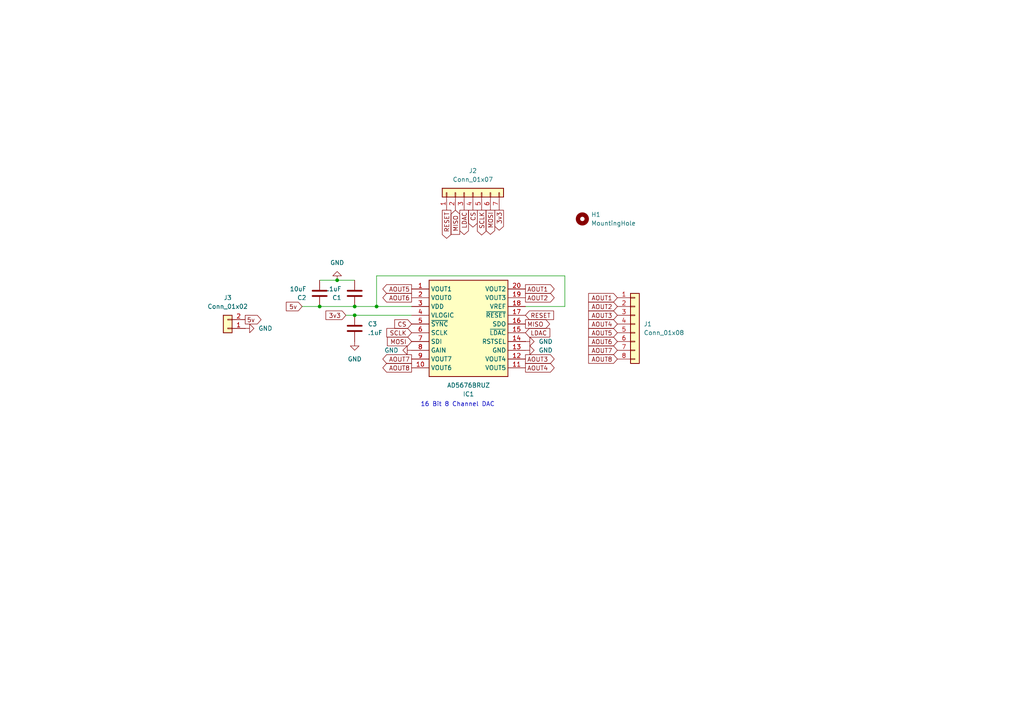
<source format=kicad_sch>
(kicad_sch (version 20231120) (generator "eeschema") (generator_version "8.0")
  (paper "A4")
  (lib_symbols
    (symbol "Connector_Generic:Conn_01x02" (pin_names (offset 1.016) hide)
      (property "Reference" "J" (at 0 2.54 0))
      (property "Value" "Conn_01x02" (at 0 -5.08 0))
      (symbol "Conn_01x02_1_1"
        (rectangle (start -1.27 -2.413) (end 0 -2.667) (stroke (width 0.1524)))
        (rectangle (start -1.27 0.127) (end 0 -0.127) (stroke (width 0.1524)))
        (rectangle (start -1.27 1.27) (end 1.27 -3.81) (stroke (width 0.254)) (fill (type background)))
        (pin passive line (at -5.08 0 0) (length 3.81) (name "Pin_1") (number "1"))
        (pin passive line (at -5.08 -2.54 0) (length 3.81) (name "Pin_2") (number "2"))
      )
    )
    (symbol "Connector_Generic:Conn_01x07" (pin_names (offset 1.016) hide)
      (property "Reference" "J" (at 0 10.16 0))
      (property "Value" "Conn_01x07" (at 0 -10.16 0))
      (symbol "Conn_01x07_1_1"
        (rectangle (start -1.27 -7.493) (end 0 -7.747) (stroke (width 0.1524)))
        (rectangle (start -1.27 -4.953) (end 0 -5.207) (stroke (width 0.1524)))
        (rectangle (start -1.27 -2.413) (end 0 -2.667) (stroke (width 0.1524)))
        (rectangle (start -1.27 0.127) (end 0 -0.127) (stroke (width 0.1524)))
        (rectangle (start -1.27 2.667) (end 0 2.413) (stroke (width 0.1524)))
        (rectangle (start -1.27 5.207) (end 0 4.953) (stroke (width 0.1524)))
        (rectangle (start -1.27 7.747) (end 0 7.493) (stroke (width 0.1524)))
        (rectangle (start -1.27 8.89) (end 1.27 -8.89) (stroke (width 0.254)) (fill (type background)))
        (pin passive line (at -5.08 7.62 0) (length 3.81) (name "Pin_1") (number "1"))
        (pin passive line (at -5.08 5.08 0) (length 3.81) (name "Pin_2") (number "2"))
        (pin passive line (at -5.08 2.54 0) (length 3.81) (name "Pin_3") (number "3"))
        (pin passive line (at -5.08 0 0) (length 3.81) (name "Pin_4") (number "4"))
        (pin passive line (at -5.08 -2.54 0) (length 3.81) (name "Pin_5") (number "5"))
        (pin passive line (at -5.08 -5.08 0) (length 3.81) (name "Pin_6") (number "6"))
        (pin passive line (at -5.08 -7.62 0) (length 3.81) (name "Pin_7") (number "7"))
      )
    )
    (symbol "Connector_Generic:Conn_01x08" (pin_names (offset 1.016) hide)
      (property "Reference" "J" (at 0 10.16 0))
      (property "Value" "Conn_01x08" (at 0 -12.7 0))
      (symbol "Conn_01x08_1_1"
        (rectangle (start -1.27 -10.033) (end 0 -10.287) (stroke (width 0.1524)))
        (rectangle (start -1.27 -7.493) (end 0 -7.747) (stroke (width 0.1524)))
        (rectangle (start -1.27 -4.953) (end 0 -5.207) (stroke (width 0.1524)))
        (rectangle (start -1.27 -2.413) (end 0 -2.667) (stroke (width 0.1524)))
        (rectangle (start -1.27 0.127) (end 0 -0.127) (stroke (width 0.1524)))
        (rectangle (start -1.27 2.667) (end 0 2.413) (stroke (width 0.1524)))
        (rectangle (start -1.27 5.207) (end 0 4.953) (stroke (width 0.1524)))
        (rectangle (start -1.27 7.747) (end 0 7.493) (stroke (width 0.1524)))
        (rectangle (start -1.27 8.89) (end 1.27 -11.43) (stroke (width 0.254)) (fill (type background)))
        (pin passive line (at -5.08 7.62 0) (length 3.81) (name "Pin_1") (number "1"))
        (pin passive line (at -5.08 5.08 0) (length 3.81) (name "Pin_2") (number "2"))
        (pin passive line (at -5.08 2.54 0) (length 3.81) (name "Pin_3") (number "3"))
        (pin passive line (at -5.08 0 0) (length 3.81) (name "Pin_4") (number "4"))
        (pin passive line (at -5.08 -2.54 0) (length 3.81) (name "Pin_5") (number "5"))
        (pin passive line (at -5.08 -5.08 0) (length 3.81) (name "Pin_6") (number "6"))
        (pin passive line (at -5.08 -7.62 0) (length 3.81) (name "Pin_7") (number "7"))
        (pin passive line (at -5.08 -10.16 0) (length 3.81) (name "Pin_8") (number "8"))
      )
    )
    (symbol "Device:C" (pin_numbers hide) (pin_names (offset 0.254))
      (property "Reference" "C" (at 0.635 2.54 0))
      (property "Value" "C" (at 0.635 -2.54 0))
      (symbol "C_0_1"
        (polyline (pts (xy -2.032 -0.762) (xy 2.032 -0.762)) (stroke (width 0.508)))
        (polyline (pts (xy -2.032 0.762) (xy 2.032 0.762)) (stroke (width 0.508)))
      )
      (symbol "C_1_1"
        (pin passive line (at 0 3.81 270) (length 2.794) (name "~") (number "1"))
        (pin passive line (at 0 -3.81 90) (length 2.794) (name "~") (number "2"))
      )
    )
    (symbol "Mechanical:MountingHole" (pin_names (offset 1.016)) (exclude_from_sim yes) (in_bom no)
      (property "Reference" "H" (at 0 5.08 0))
      (property "Value" "MountingHole" (at 0 3.175 0))
      (symbol "MountingHole_0_1"
        (circle (center 0 0) (radius 1.27) (stroke (width 1.27)))
      )
    )
    (symbol "accessory_test:AD5676BRUZ"
      (property "Reference" "IC" (at 29.21 7.62 0))
      (property "Value" "AD5676BRUZ" (at 29.21 5.08 0))
      (symbol "AD5676BRUZ_1_1"
        (rectangle (start 5.08 2.54) (end 27.94 -25.4) (stroke (width 0.254)) (fill (type background)))
        (pin passive line (at 0 0 0) (length 5.08) (name "VOUT1") (number "1"))
        (pin passive line (at 0 -22.86 0) (length 5.08) (name "VOUT6") (number "10"))
        (pin passive line (at 33.02 -22.86 180) (length 5.08) (name "VOUT5") (number "11"))
        (pin passive line (at 33.02 -20.32 180) (length 5.08) (name "VOUT4") (number "12"))
        (pin passive line (at 33.02 -17.78 180) (length 5.08) (name "GND") (number "13"))
        (pin passive line (at 33.02 -15.24 180) (length 5.08) (name "RSTSEL") (number "14"))
        (pin passive line (at 33.02 -12.7 180) (length 5.08) (name "~{LDAC}") (number "15"))
        (pin passive line (at 33.02 -10.16 180) (length 5.08) (name "SDO") (number "16"))
        (pin passive line (at 33.02 -7.62 180) (length 5.08) (name "~{RESET}") (number "17"))
        (pin passive line (at 33.02 -5.08 180) (length 5.08) (name "VREF") (number "18"))
        (pin passive line (at 33.02 -2.54 180) (length 5.08) (name "VOUT3") (number "19"))
        (pin passive line (at 0 -2.54 0) (length 5.08) (name "VOUT0") (number "2"))
        (pin passive line (at 33.02 0 180) (length 5.08) (name "VOUT2") (number "20"))
        (pin passive line (at 0 -5.08 0) (length 5.08) (name "VDD") (number "3"))
        (pin passive line (at 0 -7.62 0) (length 5.08) (name "VLOGIC") (number "4"))
        (pin passive line (at 0 -10.16 0) (length 5.08) (name "~{SYNC}") (number "5"))
        (pin passive line (at 0 -12.7 0) (length 5.08) (name "SCLK") (number "6"))
        (pin passive line (at 0 -15.24 0) (length 5.08) (name "SDI") (number "7"))
        (pin passive line (at 0 -17.78 0) (length 5.08) (name "GAIN") (number "8"))
        (pin passive line (at 0 -20.32 0) (length 5.08) (name "VOUT7") (number "9"))
      )
    )
    (symbol "power:GND" (power) (pin_numbers hide) (pin_names (offset 0) hide)
      (property "Value" "GND" (at 0 -3.81 0))
      (symbol "GND_0_1"
        (polyline (pts (xy 0 0) (xy 0 -1.27) (xy 1.27 -1.27) (xy 0 -2.54) (xy -1.27 -1.27) (xy 0 -1.27)))
      )
      (symbol "GND_1_1"
        (pin power_in line (at 0 0 270) (length 0) (name "~") (number "1"))
      )
    )
  )
  (junction (at 102.87 88.9))
  (junction (at 109.22 88.9))
  (junction (at 92.71 88.9))
  (junction (at 97.79 81.28))
  (junction (at 102.87 91.44))
  (wire (pts (xy 102.87 88.9) (xy 92.71 88.9)))
  (wire (pts (xy 102.87 91.44) (xy 119.38 91.44)))
  (wire (pts (xy 163.83 80.01) (xy 109.22 80.01)))
  (wire (pts (xy 109.22 80.01) (xy 109.22 88.9)))
  (wire (pts (xy 152.4 88.9) (xy 163.83 88.9)))
  (wire (pts (xy 100.33 91.44) (xy 102.87 91.44)))
  (wire (pts (xy 163.83 88.9) (xy 163.83 80.01)))
  (wire (pts (xy 92.71 88.9) (xy 87.63 88.9)))
  (wire (pts (xy 109.22 88.9) (xy 102.87 88.9)))
  (wire (pts (xy 92.71 81.28) (xy 97.79 81.28)))
  (wire (pts (xy 97.79 81.28) (xy 102.87 81.28)))
  (wire (pts (xy 119.38 88.9) (xy 109.22 88.9)))
  (text "16 Bit 8 Channel DAC" (at 143.51 118.11 0) (effects (font (size 1.27 1.27)) (justify right bottom)))
  (global_label "AOUT1" (shape output) (at 152.4 83.82 0) (property "Intersheetrefs" "${INTERSHEET_REFS}" (effects (hide yes))))
  (global_label "SCLK" (shape input) (at 119.38 96.52 180) (property "Intersheetrefs" "${INTERSHEET_REFS}" (effects (hide yes))))
  (global_label "3v3" (shape output) (at 144.78 60.96 270) (property "Intersheetrefs" "${INTERSHEET_REFS}" (effects (hide yes))))
  (global_label "LDAC" (shape output) (at 134.62 60.96 270) (property "Intersheetrefs" "${INTERSHEET_REFS}" (effects (hide yes))))
  (global_label "AOUT4" (shape output) (at 152.4 106.68 0) (property "Intersheetrefs" "${INTERSHEET_REFS}" (effects (hide yes))))
  (global_label "AOUT7" (shape input) (at 179.07 101.6 180) (property "Intersheetrefs" "${INTERSHEET_REFS}" (effects (hide yes))))
  (global_label "AOUT6" (shape output) (at 119.38 86.36 180) (property "Intersheetrefs" "${INTERSHEET_REFS}" (effects (hide yes))))
  (global_label "MISO" (shape output) (at 152.4 93.98 0) (property "Intersheetrefs" "${INTERSHEET_REFS}" (effects (hide yes))))
  (global_label "AOUT8" (shape input) (at 179.07 104.14 180) (property "Intersheetrefs" "${INTERSHEET_REFS}" (effects (hide yes))))
  (global_label "AOUT2" (shape output) (at 152.4 86.36 0) (property "Intersheetrefs" "${INTERSHEET_REFS}" (effects (hide yes))))
  (global_label "MOSI" (shape output) (at 142.24 60.96 270) (property "Intersheetrefs" "${INTERSHEET_REFS}" (effects (hide yes))))
  (global_label "AOUT2" (shape input) (at 179.07 88.9 180) (property "Intersheetrefs" "${INTERSHEET_REFS}" (effects (hide yes))))
  (global_label "RESET" (shape input) (at 152.4 91.44 0) (property "Intersheetrefs" "${INTERSHEET_REFS}" (effects (hide yes))))
  (global_label "CS" (shape input) (at 119.38 93.98 180) (property "Intersheetrefs" "${INTERSHEET_REFS}" (effects (hide yes))))
  (global_label "5v" (shape input) (at 87.63 88.9 180) (property "Intersheetrefs" "${INTERSHEET_REFS}" (effects (hide yes))))
  (global_label "AOUT5" (shape input) (at 179.07 96.52 180) (property "Intersheetrefs" "${INTERSHEET_REFS}" (effects (hide yes))))
  (global_label "MISO" (shape input) (at 132.08 60.96 270) (property "Intersheetrefs" "${INTERSHEET_REFS}" (effects (hide yes))))
  (global_label "3v3" (shape input) (at 100.33 91.44 180) (property "Intersheetrefs" "${INTERSHEET_REFS}" (effects (hide yes))))
  (global_label "AOUT4" (shape input) (at 179.07 93.98 180) (property "Intersheetrefs" "${INTERSHEET_REFS}" (effects (hide yes))))
  (global_label "5v" (shape output) (at 71.12 92.71 0) (property "Intersheetrefs" "${INTERSHEET_REFS}" (effects (hide yes))))
  (global_label "AOUT3" (shape output) (at 152.4 104.14 0) (property "Intersheetrefs" "${INTERSHEET_REFS}" (effects (hide yes))))
  (global_label "AOUT6" (shape input) (at 179.07 99.06 180) (property "Intersheetrefs" "${INTERSHEET_REFS}" (effects (hide yes))))
  (global_label "AOUT5" (shape output) (at 119.38 83.82 180) (property "Intersheetrefs" "${INTERSHEET_REFS}" (effects (hide yes))))
  (global_label "AOUT7" (shape output) (at 119.38 104.14 180) (property "Intersheetrefs" "${INTERSHEET_REFS}" (effects (hide yes))))
  (global_label "MOSI" (shape input) (at 119.38 99.06 180) (property "Intersheetrefs" "${INTERSHEET_REFS}" (effects (hide yes))))
  (global_label "RESET" (shape output) (at 129.54 60.96 270) (property "Intersheetrefs" "${INTERSHEET_REFS}" (effects (hide yes))))
  (global_label "LDAC" (shape input) (at 152.4 96.52 0) (property "Intersheetrefs" "${INTERSHEET_REFS}" (effects (hide yes))))
  (global_label "CS" (shape output) (at 137.16 60.96 270) (property "Intersheetrefs" "${INTERSHEET_REFS}" (effects (hide yes))))
  (global_label "AOUT8" (shape output) (at 119.38 106.68 180) (property "Intersheetrefs" "${INTERSHEET_REFS}" (effects (hide yes))))
  (global_label "AOUT1" (shape input) (at 179.07 86.36 180) (property "Intersheetrefs" "${INTERSHEET_REFS}" (effects (hide yes))))
  (global_label "SCLK" (shape output) (at 139.7 60.96 270) (property "Intersheetrefs" "${INTERSHEET_REFS}" (effects (hide yes))))
  (global_label "AOUT3" (shape input) (at 179.07 91.44 180) (property "Intersheetrefs" "${INTERSHEET_REFS}" (effects (hide yes))))
  (symbol (lib_id "power:GND") (at 152.4 99.06 90) (unit 1)
    (property "Reference" "#PWR04" (effects (hide yes)))
    (property "Value" "GND" (at 156.21 99.0599 90) (effects (justify right)))
    (property "Description" "Power symbol creates a global label with name \"GND\" , ground" (effects (hide yes)))
  )
  (symbol (lib_id "power:GND") (at 152.4 101.6 90) (unit 1)
    (property "Reference" "#PWR03" (effects (hide yes)))
    (property "Value" "GND" (at 156.21 101.5999 90) (effects (justify right)))
    (property "Description" "Power symbol creates a global label with name \"GND\" , ground" (effects (hide yes)))
  )
  (symbol (lib_id "power:GND") (at 97.79 81.28 180) (unit 1)
    (property "Reference" "#PWR01" (effects (hide yes)))
    (property "Value" "GND" (at 97.79 76.2 0))
    (property "Description" "Power symbol creates a global label with name \"GND\" , ground" (effects (hide yes)))
  )
  (symbol (lib_id "Connector_Generic:Conn_01x07") (at 137.16 55.88 90) (unit 1)
    (property "Reference" "J2" (at 137.16 49.53 90))
    (property "Value" "Conn_01x07" (at 137.16 52.07 90))
    (property "Footprint" "Connector_PinHeader_2.54mm:PinHeader_1x07_P2.54mm_Vertical" (effects (hide yes)))
    (property "Description" "Generic connector, single row, 01x07, script generated (kicad-library-utils/schlib/autogen/connector/)" (effects (hide yes)))
  )
  (symbol (lib_id "accessory_test:AD5676BRUZ") (at 119.38 83.82 0) (unit 1)
    (property "Reference" "IC1" (at 135.89 114.3 0))
    (property "Value" "AD5676BRUZ" (at 135.89 111.76 0))
    (property "Footprint" "accessory_test:AD5676" (effects (hide yes)))
    (property "Datasheet" "https://www.analog.com/AD5676/datasheet" (effects (hide yes)))
    (property "Description" "High performance  High relative accuracy (INL): +/-3 LSB maximum at 16 bits  Total unadjusted error (TUE): +/-0.14% of FSR maximum  Offset error: +/-1.5 mV maximum  Gain error: +/-0.06% of FSR maximum  Wide operating ranges  40C to +125C temperature range  2.7 V to 5.5 V power supply  Easy implementation  User selectable gain of 1 or 2 (GAIN pin/gain bit)  Reset to zero scale or midscale (RSTSEL pin)  1.8 V logic compatibility  50 MHz SPI with readback or daisy chain  20-lead, TSSOP and" (effects (hide yes)))
    (property "Height" "1.2" (effects (hide yes)))
    (property "Mouser Part Number" "584-AD5676BRUZ" (effects (hide yes)))
    (property "Mouser Price/Stock" "https://www.mouser.co.uk/ProductDetail/Analog-Devices/AD5676BRUZ?qs=wFnXgzJ2EGOPYiGYxEQKHA%3D%3D" (effects (hide yes)))
    (property "Manufacturer_Name" "Analog Devices" (effects (hide yes)))
    (property "Manufacturer_Part_Number" "AD5676BRUZ" (effects (hide yes)))
  )
  (symbol (lib_id "Mechanical:MountingHole") (at 168.91 63.5 0) (unit 1) (exclude_from_sim yes) (in_bom no)
    (property "Reference" "H1" (at 171.45 62.2299 0) (effects (justify left)))
    (property "Value" "MountingHole" (at 171.45 64.7699 0) (effects (justify left)))
    (property "Footprint" "MountingHole:MountingHole_2.7mm_M2.5_DIN965_Pad" (effects (hide yes)))
    (property "Description" "Mounting Hole without connection" (effects (hide yes)))
  )
  (symbol (lib_id "power:GND") (at 102.87 99.06 0) (unit 1)
    (property "Reference" "#PWR06" (effects (hide yes)))
    (property "Value" "GND" (at 102.87 104.14 0))
    (property "Description" "Power symbol creates a global label with name \"GND\" , ground" (effects (hide yes)))
  )
  (symbol (lib_id "Device:C") (at 102.87 85.09 180) (unit 1)
    (property "Reference" "C1" (at 99.06 86.36 0) (effects (justify left)))
    (property "Value" ".1uF" (at 99.06 83.82 0) (effects (justify left)))
    (property "Footprint" "Capacitor_SMD:C_0603_1608Metric" (effects (hide yes)))
  )
  (symbol (lib_id "Connector_Generic:Conn_01x08") (at 184.15 93.98 0) (unit 1)
    (property "Reference" "J1" (at 186.69 93.9799 0) (effects (justify left)))
    (property "Value" "Conn_01x08" (at 186.69 96.5199 0) (effects (justify left)))
    (property "Footprint" "Connector_PinHeader_2.54mm:PinHeader_1x08_P2.54mm_Vertical" (effects (hide yes)))
    (property "Description" "Generic connector, single row, 01x08, script generated (kicad-library-utils/schlib/autogen/connector/)" (effects (hide yes)))
  )
  (symbol (lib_id "power:GND") (at 71.12 95.25 90) (unit 1)
    (property "Reference" "#PWR05" (effects (hide yes)))
    (property "Value" "GND" (at 74.93 95.2499 90) (effects (justify right)))
    (property "Description" "Power symbol creates a global label with name \"GND\" , ground" (effects (hide yes)))
  )
  (symbol (lib_id "power:GND") (at 119.38 101.6 270) (unit 1)
    (property "Reference" "#PWR02" (effects (hide yes)))
    (property "Value" "GND" (at 115.57 101.5999 90) (effects (justify right)))
    (property "Description" "Power symbol creates a global label with name \"GND\" , ground" (effects (hide yes)))
  )
  (symbol (lib_id "Connector_Generic:Conn_01x02") (at 66.04 95.25 180) (unit 1)
    (property "Reference" "J3" (at 66.04 86.36 0))
    (property "Value" "Conn_01x02" (at 66.04 88.9 0))
    (property "Footprint" "Connector_PinHeader_2.54mm:PinHeader_1x02_P2.54mm_Vertical" (effects (hide yes)))
    (property "Description" "Generic connector, single row, 01x02, script generated (kicad-library-utils/schlib/autogen/connector/)" (effects (hide yes)))
  )
  (symbol (lib_id "Device:C") (at 92.71 85.09 180) (unit 1)
    (property "Reference" "C2" (at 88.9 86.36 0) (effects (justify left)))
    (property "Value" "10uF" (at 88.9 83.82 0) (effects (justify left)))
    (property "Footprint" "Capacitor_SMD:C_0603_1608Metric" (effects (hide yes)))
  )
  (symbol (lib_id "Device:C") (at 102.87 95.25 0) (unit 1)
    (property "Reference" "C3" (at 106.68 93.98 0) (effects (justify left)))
    (property "Value" ".1uF" (at 106.68 96.52 0) (effects (justify left)))
    (property "Footprint" "Capacitor_SMD:C_0603_1608Metric" (effects (hide yes)))
  )
)
</source>
